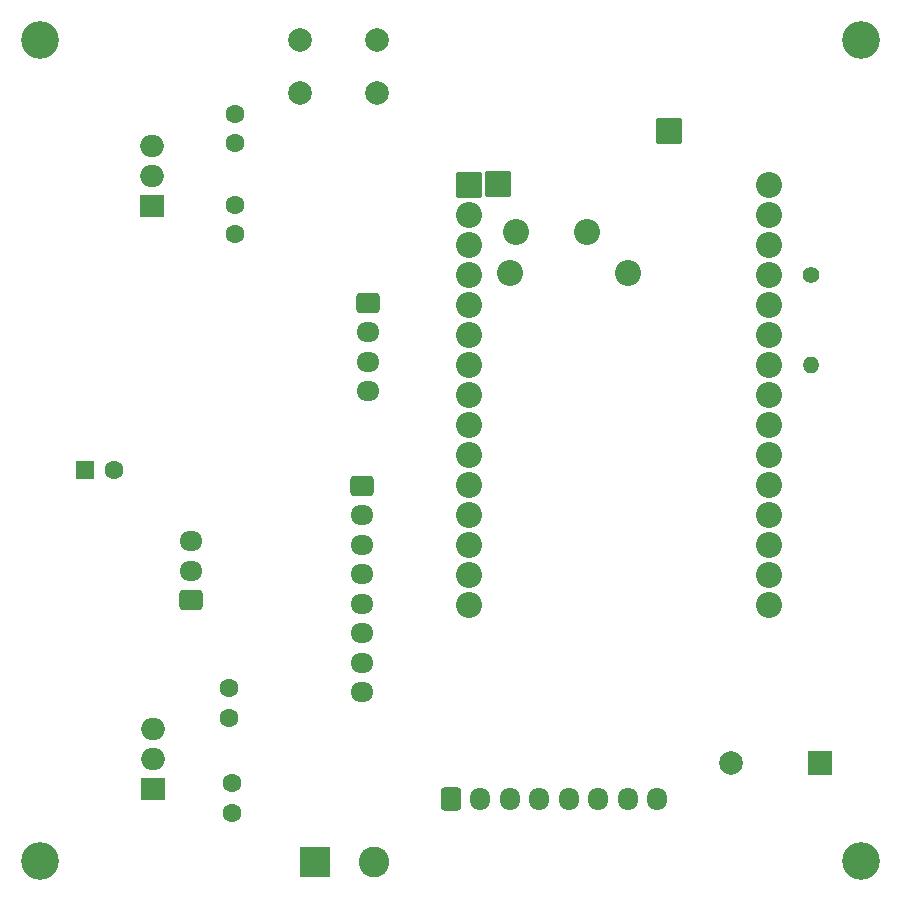
<source format=gbr>
%TF.GenerationSoftware,KiCad,Pcbnew,8.0.2*%
%TF.CreationDate,2024-08-26T14:36:41-03:00*%
%TF.ProjectId,fechadura_eletronica,66656368-6164-4757-9261-5f656c657472,rev?*%
%TF.SameCoordinates,Original*%
%TF.FileFunction,Soldermask,Top*%
%TF.FilePolarity,Negative*%
%FSLAX46Y46*%
G04 Gerber Fmt 4.6, Leading zero omitted, Abs format (unit mm)*
G04 Created by KiCad (PCBNEW 8.0.2) date 2024-08-26 14:36:41*
%MOMM*%
%LPD*%
G01*
G04 APERTURE LIST*
G04 Aperture macros list*
%AMRoundRect*
0 Rectangle with rounded corners*
0 $1 Rounding radius*
0 $2 $3 $4 $5 $6 $7 $8 $9 X,Y pos of 4 corners*
0 Add a 4 corners polygon primitive as box body*
4,1,4,$2,$3,$4,$5,$6,$7,$8,$9,$2,$3,0*
0 Add four circle primitives for the rounded corners*
1,1,$1+$1,$2,$3*
1,1,$1+$1,$4,$5*
1,1,$1+$1,$6,$7*
1,1,$1+$1,$8,$9*
0 Add four rect primitives between the rounded corners*
20,1,$1+$1,$2,$3,$4,$5,0*
20,1,$1+$1,$4,$5,$6,$7,0*
20,1,$1+$1,$6,$7,$8,$9,0*
20,1,$1+$1,$8,$9,$2,$3,0*%
G04 Aperture macros list end*
%ADD10C,2.600000*%
%ADD11R,2.600000X2.600000*%
%ADD12C,3.200000*%
%ADD13C,1.600000*%
%ADD14C,2.000000*%
%ADD15RoundRect,0.250000X-0.725000X0.600000X-0.725000X-0.600000X0.725000X-0.600000X0.725000X0.600000X0*%
%ADD16O,1.950000X1.700000*%
%ADD17RoundRect,0.250000X-0.600000X-0.725000X0.600000X-0.725000X0.600000X0.725000X-0.600000X0.725000X0*%
%ADD18O,1.700000X1.950000*%
%ADD19RoundRect,0.102000X-1.000000X-1.000000X1.000000X-1.000000X1.000000X1.000000X-1.000000X1.000000X0*%
%ADD20C,2.204000*%
%ADD21RoundRect,0.250000X0.725000X-0.600000X0.725000X0.600000X-0.725000X0.600000X-0.725000X-0.600000X0*%
%ADD22C,1.400000*%
%ADD23O,1.400000X1.400000*%
%ADD24R,2.000000X1.905000*%
%ADD25O,2.000000X1.905000*%
%ADD26R,1.600000X1.600000*%
%ADD27R,2.000000X2.000000*%
G04 APERTURE END LIST*
D10*
%TO.C,J5*%
X134500000Y-134155000D03*
D11*
X129500000Y-134155000D03*
%TD*%
D12*
%TO.C,REF\u002A\u002A*%
X175750000Y-134035000D03*
%TD*%
%TO.C,REF\u002A\u002A*%
X106250000Y-64535000D03*
%TD*%
%TO.C,REF\u002A\u002A*%
X106250000Y-134035000D03*
%TD*%
%TO.C,REF\u002A\u002A*%
X175750000Y-64535000D03*
%TD*%
D13*
%TO.C,C5*%
X122695000Y-73285000D03*
X122695000Y-70785000D03*
%TD*%
%TO.C,C4*%
X122695000Y-80985000D03*
X122695000Y-78485000D03*
%TD*%
D14*
%TO.C,SW1*%
X134750000Y-69035000D03*
X128250000Y-69035000D03*
X134750000Y-64535000D03*
X128250000Y-64535000D03*
%TD*%
D15*
%TO.C,J2*%
X133500000Y-102285000D03*
D16*
X133500000Y-104785000D03*
X133500000Y-107285000D03*
X133500000Y-109785000D03*
X133500000Y-112285000D03*
X133500000Y-114785000D03*
X133500000Y-117285000D03*
X133500000Y-119785000D03*
%TD*%
D17*
%TO.C,J3*%
X141000000Y-128785000D03*
D18*
X143500000Y-128785000D03*
X146000000Y-128785000D03*
X148500000Y-128785000D03*
X151000000Y-128785000D03*
X153500000Y-128785000D03*
X156000000Y-128785000D03*
X158500000Y-128785000D03*
%TD*%
D19*
%TO.C,*%
X145000000Y-76785000D03*
%TD*%
D20*
%TO.C,*%
X152500000Y-80785000D03*
%TD*%
D21*
%TO.C,J1*%
X118975000Y-112000000D03*
D16*
X118975000Y-109500000D03*
X118975000Y-107000000D03*
%TD*%
D22*
%TO.C,R1*%
X171500000Y-84475000D03*
D23*
X171500000Y-92095000D03*
%TD*%
D24*
%TO.C,U1*%
X115750000Y-128000000D03*
D25*
X115750000Y-125460000D03*
X115750000Y-122920000D03*
%TD*%
D20*
%TO.C,*%
X146500000Y-80785000D03*
%TD*%
D13*
%TO.C,C3*%
X122250000Y-119460000D03*
X122250000Y-121960000D03*
%TD*%
D24*
%TO.C,U3*%
X115695000Y-78575000D03*
D25*
X115695000Y-76035000D03*
X115695000Y-73495000D03*
%TD*%
D19*
%TO.C,*%
X159500000Y-72285000D03*
%TD*%
D15*
%TO.C,J4*%
X134000000Y-86785000D03*
D16*
X134000000Y-89285000D03*
X134000000Y-91785000D03*
X134000000Y-94285000D03*
%TD*%
D19*
%TO.C,U2*%
X142570000Y-76795000D03*
D20*
X142570000Y-79335000D03*
X142570000Y-81875000D03*
X142570000Y-84415000D03*
X142570000Y-86955000D03*
X142570000Y-89495000D03*
X142570000Y-92035000D03*
X142570000Y-94575000D03*
X142570000Y-97115000D03*
X142570000Y-99655000D03*
X142570000Y-102195000D03*
X142570000Y-104735000D03*
X142570000Y-107275000D03*
X142570000Y-109815000D03*
X142570000Y-112355000D03*
X167970000Y-112355000D03*
X167970000Y-109815000D03*
X167970000Y-107275000D03*
X167970000Y-104735000D03*
X167970000Y-102195000D03*
X167970000Y-99655000D03*
X167970000Y-97115000D03*
X167970000Y-94575000D03*
X167970000Y-92035000D03*
X167970000Y-89495000D03*
X167970000Y-86955000D03*
X167970000Y-84415000D03*
X167970000Y-81875000D03*
X167970000Y-79335000D03*
X167970000Y-76795000D03*
%TD*%
%TO.C,*%
X146000000Y-84285000D03*
%TD*%
%TO.C,*%
X156000000Y-84285000D03*
%TD*%
D13*
%TO.C,C1*%
X112500000Y-101000000D03*
D26*
X110000000Y-101000000D03*
%TD*%
D13*
%TO.C,C2*%
X122500000Y-127500000D03*
X122500000Y-130000000D03*
%TD*%
D27*
%TO.C,BZ1*%
X172300000Y-125785000D03*
D14*
X164700000Y-125785000D03*
%TD*%
M02*

</source>
